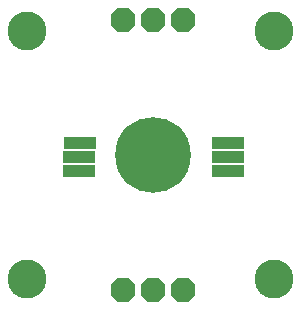
<source format=gbs>
G04 EAGLE Gerber RS-274X export*
G75*
%MOMM*%
%FSLAX34Y34*%
%LPD*%
%INSoldermask Bottom*%
%IPPOS*%
%AMOC8*
5,1,8,0,0,1.08239X$1,22.5*%
G01*
%ADD10C,3.302000*%
%ADD11R,2.667000X1.016000*%
%ADD12C,6.401000*%
%ADD13P,2.226909X8X22.500000*%


D10*
X25400Y25400D03*
X25400Y234950D03*
X234950Y234950D03*
X234950Y25400D03*
D11*
X70104Y116586D03*
X70104Y128524D03*
X70358Y140716D03*
X195834Y116332D03*
X195580Y128778D03*
X195580Y140716D03*
D12*
X132588Y129794D03*
D13*
X132588Y15494D03*
X107188Y15494D03*
X157988Y15494D03*
X132588Y244094D03*
X107188Y244094D03*
X157988Y244094D03*
M02*

</source>
